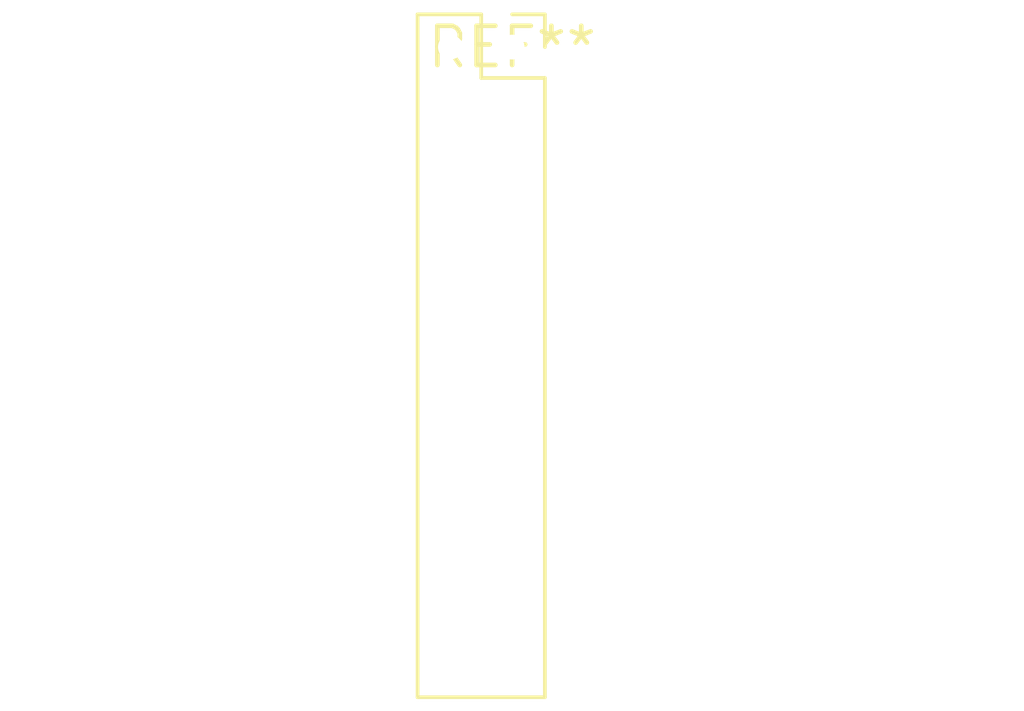
<source format=kicad_pcb>
(kicad_pcb (version 20240108) (generator pcbnew)
  (layers (0 "F.Cu" signal) (31 "B.Cu" signal) (34 "B.Paste" user) (35 "F.Paste" user) (36 "B.SilkS" user "B.Silkscreen") (37 "F.SilkS" user "F.Silkscreen") (38 "B.Mask" user) (39 "F.Mask" user) (44 "Edge.Cuts" user))
  (net 0 "")
  (footprint "PinSocket_2x11_P2.00mm_Vertical" (layer "F.Cu") (at 0 0)
    (property "Reference" "REF**")
    (property "Value" "PinSocket_2x11_P2.00mm_Vertical")
    (fp_line (start -3.06 -1.06) (end -3.06 21.06) (layer "F.SilkS") (stroke (width 0.12)))
    (fp_line (start -3.06 -1.06) (end -1 -1.06) (layer "F.SilkS") (stroke (width 0.12)))
    (fp_line (start -3.06 21.06) (end 1.06 21.06) (layer "F.SilkS") (stroke (width 0.12)))
    (fp_line (start -1 -1.06) (end -1 1) (layer "F.SilkS") (stroke (width 0.12)))
    (fp_line (start -1 1) (end 1.06 1) (layer "F.SilkS") (stroke (width 0.12)))
    (fp_line (start 0 -1.06) (end 1.06 -1.06) (layer "F.SilkS") (stroke (width 0.12)))
    (fp_line (start 1.06 -1.06) (end 1.06 0) (layer "F.SilkS") (stroke (width 0.12)))
    (fp_line (start 1.06 1) (end 1.06 21.06) (layer "F.SilkS") (stroke (width 0.12)))
    (pad "1" thru_hole rect (at 0 0) (size 1.35 1.35) (drill 0.8) (layers *.Cu *.Mask) (remove_unused_layers))
    (pad "2" thru_hole oval (at -2 0) (size 1.35 1.35) (drill 0.8) (layers *.Cu *.Mask) (remove_unused_layers))
    (pad "3" thru_hole oval (at 0 2) (size 1.35 1.35) (drill 0.8) (layers *.Cu *.Mask) (remove_unused_layers))
    (pad "4" thru_hole oval (at -2 2) (size 1.35 1.35) (drill 0.8) (layers *.Cu *.Mask) (remove_unused_layers))
    (pad "5" thru_hole oval (at 0 4) (size 1.35 1.35) (drill 0.8) (layers *.Cu *.Mask) (remove_unused_layers))
    (pad "6" thru_hole oval (at -2 4) (size 1.35 1.35) (drill 0.8) (layers *.Cu *.Mask) (remove_unused_layers))
    (pad "7" thru_hole oval (at 0 6) (size 1.35 1.35) (drill 0.8) (layers *.Cu *.Mask) (remove_unused_layers))
    (pad "8" thru_hole oval (at -2 6) (size 1.35 1.35) (drill 0.8) (layers *.Cu *.Mask) (remove_unused_layers))
    (pad "9" thru_hole oval (at 0 8) (size 1.35 1.35) (drill 0.8) (layers *.Cu *.Mask) (remove_unused_layers))
    (pad "10" thru_hole oval (at -2 8) (size 1.35 1.35) (drill 0.8) (layers *.Cu *.Mask) (remove_unused_layers))
    (pad "11" thru_hole oval (at 0 10) (size 1.35 1.35) (drill 0.8) (layers *.Cu *.Mask) (remove_unused_layers))
    (pad "12" thru_hole oval (at -2 10) (size 1.35 1.35) (drill 0.8) (layers *.Cu *.Mask) (remove_unused_layers))
    (pad "13" thru_hole oval (at 0 12) (size 1.35 1.35) (drill 0.8) (layers *.Cu *.Mask) (remove_unused_layers))
    (pad "14" thru_hole oval (at -2 12) (size 1.35 1.35) (drill 0.8) (layers *.Cu *.Mask) (remove_unused_layers))
    (pad "15" thru_hole oval (at 0 14) (size 1.35 1.35) (drill 0.8) (layers *.Cu *.Mask) (remove_unused_layers))
    (pad "16" thru_hole oval (at -2 14) (size 1.35 1.35) (drill 0.8) (layers *.Cu *.Mask) (remove_unused_layers))
    (pad "17" thru_hole oval (at 0 16) (size 1.35 1.35) (drill 0.8) (layers *.Cu *.Mask) (remove_unused_layers))
    (pad "18" thru_hole oval (at -2 16) (size 1.35 1.35) (drill 0.8) (layers *.Cu *.Mask) (remove_unused_layers))
    (pad "19" thru_hole oval (at 0 18) (size 1.35 1.35) (drill 0.8) (layers *.Cu *.Mask) (remove_unused_layers))
    (pad "20" thru_hole oval (at -2 18) (size 1.35 1.35) (drill 0.8) (layers *.Cu *.Mask) (remove_unused_layers))
    (pad "21" thru_hole oval (at 0 20) (size 1.35 1.35) (drill 0.8) (layers *.Cu *.Mask) (remove_unused_layers))
    (pad "22" thru_hole oval (at -2 20) (size 1.35 1.35) (drill 0.8) (layers *.Cu *.Mask) (remove_unused_layers))
  )
)
</source>
